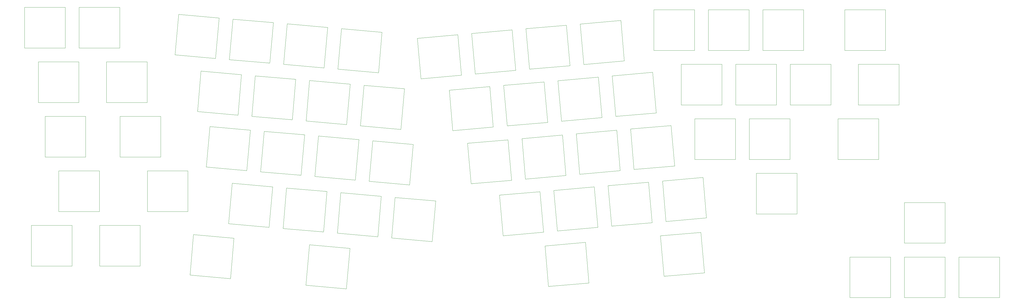
<source format=gbr>
%TF.GenerationSoftware,KiCad,Pcbnew,7.0.6*%
%TF.CreationDate,2023-09-01T00:58:10-07:00*%
%TF.ProjectId,top_plate,746f705f-706c-4617-9465-2e6b69636164,rev?*%
%TF.SameCoordinates,Original*%
%TF.FileFunction,Legend,Top*%
%TF.FilePolarity,Positive*%
%FSLAX46Y46*%
G04 Gerber Fmt 4.6, Leading zero omitted, Abs format (unit mm)*
G04 Created by KiCad (PCBNEW 7.0.6) date 2023-09-01 00:58:10*
%MOMM*%
%LPD*%
G01*
G04 APERTURE LIST*
%ADD10C,0.120000*%
G04 APERTURE END LIST*
D10*
%TO.C,K_CTRL*%
X37533199Y-165837770D02*
X37533199Y-180037770D01*
X37533199Y-180037770D02*
X51733199Y-180037770D01*
X51733199Y-165837770D02*
X37533199Y-165837770D01*
X51733199Y-180037770D02*
X51733199Y-165837770D01*
%TO.C,K_B*%
X164617273Y-156070838D02*
X163379662Y-170216803D01*
X163379662Y-170216803D02*
X177525627Y-171454414D01*
X178763238Y-157308449D02*
X164617273Y-156070838D01*
X177525627Y-171454414D02*
X178763238Y-157308449D01*
%TO.C,K_UP*%
X342547649Y-157827376D02*
X342547649Y-172027376D01*
X342547649Y-172027376D02*
X356747649Y-172027376D01*
X356747649Y-157827376D02*
X342547649Y-157827376D01*
X356747649Y-172027376D02*
X356747649Y-157827376D01*
%TO.C,K_MINUS*%
X274090149Y-90467376D02*
X274090149Y-104667376D01*
X274090149Y-104667376D02*
X288290149Y-104667376D01*
X288290149Y-90467376D02*
X274090149Y-90467376D01*
X288290149Y-104667376D02*
X288290149Y-90467376D01*
%TO.C,K_CAPS*%
X42295699Y-127737770D02*
X42295699Y-141937770D01*
X42295699Y-141937770D02*
X56495699Y-141937770D01*
X56495699Y-127737770D02*
X42295699Y-127737770D01*
X56495699Y-141937770D02*
X56495699Y-127737770D01*
%TO.C,K_COMMA*%
X239031199Y-151959315D02*
X240268810Y-166105280D01*
X240268810Y-166105280D02*
X254414775Y-164867669D01*
X253177164Y-150721704D02*
X239031199Y-151959315D01*
X254414775Y-164867669D02*
X253177164Y-150721704D01*
%TO.C,K_W*%
X96772249Y-111889632D02*
X95534638Y-126035597D01*
X95534638Y-126035597D02*
X109680603Y-127273208D01*
X110918214Y-113127243D02*
X96772249Y-111889632D01*
X109680603Y-127273208D02*
X110918214Y-113127243D01*
%TO.C,K_T*%
X153704776Y-116870582D02*
X152467165Y-131016547D01*
X152467165Y-131016547D02*
X166613130Y-132254158D01*
X167850741Y-118108193D02*
X153704776Y-116870582D01*
X166613130Y-132254158D02*
X167850741Y-118108193D01*
%TO.C,K_5*%
X145876339Y-97062915D02*
X144638728Y-111208880D01*
X144638728Y-111208880D02*
X158784693Y-112446491D01*
X160022304Y-98300526D02*
X145876339Y-97062915D01*
X158784693Y-112446491D02*
X160022304Y-98300526D01*
%TO.C,K_X*%
X107684747Y-151089887D02*
X106447136Y-165235852D01*
X106447136Y-165235852D02*
X120593101Y-166473463D01*
X121830712Y-152327498D02*
X107684747Y-151089887D01*
X120593101Y-166473463D02*
X121830712Y-152327498D01*
%TO.C,K_Z*%
X78014449Y-146787770D02*
X78014449Y-160987770D01*
X78014449Y-160987770D02*
X92214449Y-160987770D01*
X92214449Y-146787770D02*
X78014449Y-146787770D01*
X92214449Y-160987770D02*
X92214449Y-146787770D01*
%TO.C,K_1*%
X54201949Y-89637770D02*
X54201949Y-103837770D01*
X54201949Y-103837770D02*
X68401949Y-103837770D01*
X68401949Y-89637770D02*
X54201949Y-89637770D01*
X68401949Y-103837770D02*
X68401949Y-89637770D01*
%TO.C,K_E*%
X115749757Y-113549948D02*
X114512146Y-127695913D01*
X114512146Y-127695913D02*
X128658111Y-128933524D01*
X129895722Y-114787559D02*
X115749757Y-113549948D01*
X128658111Y-128933524D02*
X129895722Y-114787559D01*
%TO.C,K_TAB*%
X39914449Y-108687770D02*
X39914449Y-122887770D01*
X39914449Y-122887770D02*
X54114449Y-122887770D01*
X54114449Y-108687770D02*
X39914449Y-108687770D01*
X54114449Y-122887770D02*
X54114449Y-108687770D01*
%TO.C,K_ENTER*%
X319333899Y-128567376D02*
X319333899Y-142767376D01*
X319333899Y-142767376D02*
X333533899Y-142767376D01*
X333533899Y-128567376D02*
X319333899Y-128567376D01*
X333533899Y-142767376D02*
X333533899Y-128567376D01*
%TO.C,K_D*%
X118833818Y-132942537D02*
X117596207Y-147088502D01*
X117596207Y-147088502D02*
X131742172Y-148326113D01*
X132979783Y-134180148D02*
X118833818Y-132942537D01*
X131742172Y-148326113D02*
X132979783Y-134180148D01*
%TO.C,K_3*%
X107921321Y-93742281D02*
X106683710Y-107888246D01*
X106683710Y-107888246D02*
X120829675Y-109125857D01*
X122067286Y-94979892D02*
X107921321Y-93742281D01*
X120829675Y-109125857D02*
X122067286Y-94979892D01*
%TO.C,K_U*%
X202499924Y-116909852D02*
X203737535Y-131055817D01*
X203737535Y-131055817D02*
X217883500Y-129818206D01*
X216645889Y-115672241D02*
X202499924Y-116909852D01*
X217883500Y-129818206D02*
X216645889Y-115672241D01*
%TO.C,K_ALT*%
X94163487Y-169029697D02*
X92925876Y-183175662D01*
X92925876Y-183175662D02*
X107071841Y-184413273D01*
X108309452Y-170267308D02*
X94163487Y-169029697D01*
X107071841Y-184413273D02*
X108309452Y-170267308D01*
%TO.C,K_I*%
X221477433Y-115249535D02*
X222715044Y-129395500D01*
X222715044Y-129395500D02*
X236861009Y-128157889D01*
X235623398Y-114011924D02*
X221477433Y-115249535D01*
X236861009Y-128157889D02*
X235623398Y-114011924D01*
%TO.C,K_G*%
X156788836Y-136263170D02*
X155551225Y-150409135D01*
X155551225Y-150409135D02*
X169697190Y-151646746D01*
X170934801Y-137500781D02*
X156788836Y-136263170D01*
X169697190Y-151646746D02*
X170934801Y-137500781D01*
%TO.C,K_O*%
X240454942Y-113589218D02*
X241692553Y-127735183D01*
X241692553Y-127735183D02*
X255838518Y-126497572D01*
X254600907Y-112351607D02*
X240454942Y-113589218D01*
X255838518Y-126497572D02*
X254600907Y-112351607D01*
%TO.C,K_BACKSPACE*%
X321715149Y-90467376D02*
X321715149Y-104667376D01*
X321715149Y-104667376D02*
X335915149Y-104667376D01*
X335915149Y-90467376D02*
X321715149Y-90467376D01*
X335915149Y-104667376D02*
X335915149Y-90467376D01*
%TO.C,K_`*%
X35151949Y-89637770D02*
X35151949Y-103837770D01*
X35151949Y-103837770D02*
X49351949Y-103837770D01*
X49351949Y-89637770D02*
X35151949Y-89637770D01*
X49351949Y-103837770D02*
X49351949Y-89637770D01*
%TO.C,K_P*%
X264565149Y-109517376D02*
X264565149Y-123717376D01*
X264565149Y-123717376D02*
X278765149Y-123717376D01*
X278765149Y-109517376D02*
X264565149Y-109517376D01*
X278765149Y-123717376D02*
X278765149Y-109517376D01*
%TO.C,K_QUOTE*%
X288377649Y-128567376D02*
X288377649Y-142767376D01*
X288377649Y-142767376D02*
X302577649Y-142767376D01*
X302577649Y-128567376D02*
X288377649Y-128567376D01*
X302577649Y-142767376D02*
X302577649Y-128567376D01*
%TO.C,K_N*%
X201076180Y-155279948D02*
X202313791Y-169425913D01*
X202313791Y-169425913D02*
X216459756Y-168188302D01*
X215222145Y-154042337D02*
X201076180Y-155279948D01*
X216459756Y-168188302D02*
X215222145Y-154042337D01*
%TO.C,K_9*%
X229305871Y-95441867D02*
X230543482Y-109587832D01*
X230543482Y-109587832D02*
X244689447Y-108350221D01*
X243451836Y-94204256D02*
X229305871Y-95441867D01*
X244689447Y-108350221D02*
X243451836Y-94204256D01*
%TO.C,K_4*%
X126898830Y-95402598D02*
X125661219Y-109548563D01*
X125661219Y-109548563D02*
X139807184Y-110786174D01*
X141044795Y-96640209D02*
X126898830Y-95402598D01*
X139807184Y-110786174D02*
X141044795Y-96640209D01*
%TO.C,K_R*%
X134727266Y-115210265D02*
X133489655Y-129356230D01*
X133489655Y-129356230D02*
X147635620Y-130593841D01*
X148873231Y-116447876D02*
X134727266Y-115210265D01*
X147635620Y-130593841D02*
X148873231Y-116447876D01*
%TO.C,K_0*%
X255040149Y-90467376D02*
X255040149Y-104667376D01*
X255040149Y-104667376D02*
X269240149Y-104667376D01*
X269240149Y-90467376D02*
X255040149Y-90467376D01*
X269240149Y-104667376D02*
X269240149Y-90467376D01*
%TO.C,K_Y*%
X183522415Y-118570168D02*
X184760026Y-132716133D01*
X184760026Y-132716133D02*
X198905991Y-131478522D01*
X197668380Y-117332557D02*
X183522415Y-118570168D01*
X198905991Y-131478522D02*
X197668380Y-117332557D01*
%TO.C,K_8*%
X210328362Y-97102184D02*
X211565973Y-111248149D01*
X211565973Y-111248149D02*
X225711938Y-110010538D01*
X224474327Y-95864573D02*
X210328362Y-97102184D01*
X225711938Y-110010538D02*
X224474327Y-95864573D01*
%TO.C,K_RIGHT*%
X361597649Y-176877376D02*
X361597649Y-191077376D01*
X361597649Y-191077376D02*
X375797649Y-191077376D01*
X375797649Y-176877376D02*
X361597649Y-176877376D01*
X375797649Y-191077376D02*
X375797649Y-176877376D01*
%TO.C,K_OBRAC*%
X302665149Y-109517376D02*
X302665149Y-123717376D01*
X302665149Y-123717376D02*
X316865149Y-123717376D01*
X316865149Y-109517376D02*
X302665149Y-109517376D01*
X316865149Y-123717376D02*
X316865149Y-109517376D01*
%TO.C,K_WIN*%
X61345699Y-165837770D02*
X61345699Y-180037770D01*
X61345699Y-180037770D02*
X75545699Y-180037770D01*
X75545699Y-165837770D02*
X61345699Y-165837770D01*
X75545699Y-180037770D02*
X75545699Y-165837770D01*
%TO.C,K_CBRAC*%
X283615149Y-109517376D02*
X283615149Y-123717376D01*
X283615149Y-123717376D02*
X297815149Y-123717376D01*
X297815149Y-109517376D02*
X283615149Y-109517376D01*
X297815149Y-123717376D02*
X297815149Y-109517376D01*
%TO.C,K_S*%
X99856309Y-131282220D02*
X98618698Y-145428185D01*
X98618698Y-145428185D02*
X112764663Y-146665796D01*
X114002274Y-132519831D02*
X99856309Y-131282220D01*
X112764663Y-146665796D02*
X114002274Y-132519831D01*
%TO.C,K_V*%
X145639764Y-154410521D02*
X144402153Y-168556486D01*
X144402153Y-168556486D02*
X158548118Y-169794097D01*
X159785729Y-155648132D02*
X145639764Y-154410521D01*
X158548118Y-169794097D02*
X159785729Y-155648132D01*
%TO.C,K_SHIFT1*%
X290835649Y-147607376D02*
X290835649Y-161807376D01*
X290835649Y-161807376D02*
X305035649Y-161807376D01*
X305035649Y-147607376D02*
X290835649Y-147607376D01*
X305035649Y-161807376D02*
X305035649Y-147607376D01*
%TO.C,K_A*%
X68489449Y-127737770D02*
X68489449Y-141937770D01*
X68489449Y-141937770D02*
X82689449Y-141937770D01*
X82689449Y-127737770D02*
X68489449Y-127737770D01*
X82689449Y-141937770D02*
X82689449Y-127737770D01*
%TO.C,K_F*%
X137811327Y-134602854D02*
X136573716Y-148748819D01*
X136573716Y-148748819D02*
X150719681Y-149986430D01*
X151957292Y-135840465D02*
X137811327Y-134602854D01*
X150719681Y-149986430D02*
X151957292Y-135840465D01*
%TO.C,K_LEFT*%
X323497649Y-176877376D02*
X323497649Y-191077376D01*
X323497649Y-191077376D02*
X337697649Y-191077376D01*
X337697649Y-176877376D02*
X323497649Y-176877376D01*
X337697649Y-191077376D02*
X337697649Y-176877376D01*
%TO.C,K_ALT1*%
X257296836Y-169484046D02*
X258534447Y-183630011D01*
X258534447Y-183630011D02*
X272680412Y-182392400D01*
X271442801Y-168246435D02*
X257296836Y-169484046D01*
X272680412Y-182392400D02*
X271442801Y-168246435D01*
%TO.C,K_6*%
X172373343Y-100422818D02*
X173610954Y-114568783D01*
X173610954Y-114568783D02*
X187756919Y-113331172D01*
X186519308Y-99185207D02*
X172373343Y-100422818D01*
X187756919Y-113331172D02*
X186519308Y-99185207D01*
%TO.C,K_K*%
X227882126Y-133811964D02*
X229119737Y-147957929D01*
X229119737Y-147957929D02*
X243265702Y-146720318D01*
X242028091Y-132574353D02*
X227882126Y-133811964D01*
X243265702Y-146720318D02*
X242028091Y-132574353D01*
%TO.C,K_L*%
X246859636Y-132151647D02*
X248097247Y-146297612D01*
X248097247Y-146297612D02*
X262243212Y-145060001D01*
X261005601Y-130914036D02*
X246859636Y-132151647D01*
X262243212Y-145060001D02*
X261005601Y-130914036D01*
%TO.C,K_DOWN*%
X342547649Y-176877376D02*
X342547649Y-191077376D01*
X342547649Y-191077376D02*
X356747649Y-191077376D01*
X356747649Y-176877376D02*
X342547649Y-176877376D01*
X356747649Y-191077376D02*
X356747649Y-176877376D01*
%TO.C,K_BSLSH*%
X326477649Y-109517376D02*
X326477649Y-123717376D01*
X326477649Y-123717376D02*
X340677649Y-123717376D01*
X340677649Y-109517376D02*
X326477649Y-109517376D01*
X340677649Y-123717376D02*
X340677649Y-109517376D01*
%TO.C,K_H*%
X189927108Y-137132598D02*
X191164719Y-151278563D01*
X191164719Y-151278563D02*
X205310684Y-150040952D01*
X204073073Y-135894987D02*
X189927108Y-137132598D01*
X205310684Y-150040952D02*
X204073073Y-135894987D01*
%TO.C,K_7*%
X191350852Y-98762501D02*
X192588463Y-112908466D01*
X192588463Y-112908466D02*
X206734428Y-111670855D01*
X205496817Y-97524890D02*
X191350852Y-98762501D01*
X206734428Y-111670855D02*
X205496817Y-97524890D01*
%TO.C,K_SHIFT*%
X47058199Y-146787770D02*
X47058199Y-160987770D01*
X47058199Y-160987770D02*
X61258199Y-160987770D01*
X61258199Y-146787770D02*
X47058199Y-146787770D01*
X61258199Y-160987770D02*
X61258199Y-146787770D01*
%TO.C,REF\u002A\u002A*%
X134652451Y-172602138D02*
X133414840Y-186748103D01*
X133414840Y-186748103D02*
X147560805Y-187985714D01*
X148798416Y-173839749D02*
X134652451Y-172602138D01*
X147560805Y-187985714D02*
X148798416Y-173839749D01*
%TO.C,K_M*%
X220053689Y-153619632D02*
X221291300Y-167765597D01*
X221291300Y-167765597D02*
X235437265Y-166527986D01*
X234199654Y-152382021D02*
X220053689Y-153619632D01*
X235437265Y-166527986D02*
X234199654Y-152382021D01*
%TO.C,K_DOT*%
X258008708Y-150298998D02*
X259246319Y-164444963D01*
X259246319Y-164444963D02*
X273392284Y-163207352D01*
X272154673Y-149061387D02*
X258008708Y-150298998D01*
X273392284Y-163207352D02*
X272154673Y-149061387D01*
%TO.C,K_C*%
X126662256Y-152750204D02*
X125424645Y-166896169D01*
X125424645Y-166896169D02*
X139570610Y-168133780D01*
X140808221Y-153987815D02*
X126662256Y-152750204D01*
X139570610Y-168133780D02*
X140808221Y-153987815D01*
%TO.C,REF\u002A\u002A*%
X216953072Y-173023757D02*
X218190683Y-187169722D01*
X218190683Y-187169722D02*
X232336648Y-185932111D01*
X231099037Y-171786146D02*
X216953072Y-173023757D01*
X232336648Y-185932111D02*
X231099037Y-171786146D01*
%TO.C,K_2*%
X88943811Y-92081965D02*
X87706200Y-106227930D01*
X87706200Y-106227930D02*
X101852165Y-107465541D01*
X103089776Y-93319576D02*
X88943811Y-92081965D01*
X101852165Y-107465541D02*
X103089776Y-93319576D01*
%TO.C,K_SEMIC*%
X269327649Y-128567376D02*
X269327649Y-142767376D01*
X269327649Y-142767376D02*
X283527649Y-142767376D01*
X283527649Y-128567376D02*
X269327649Y-128567376D01*
X283527649Y-142767376D02*
X283527649Y-128567376D01*
%TO.C,K_J*%
X208904618Y-135472280D02*
X210142229Y-149618245D01*
X210142229Y-149618245D02*
X224288194Y-148380634D01*
X223050583Y-134234669D02*
X208904618Y-135472280D01*
X224288194Y-148380634D02*
X223050583Y-134234669D01*
%TO.C,K_Q*%
X63726949Y-108687770D02*
X63726949Y-122887770D01*
X63726949Y-122887770D02*
X77926949Y-122887770D01*
X77926949Y-108687770D02*
X63726949Y-108687770D01*
X77926949Y-122887770D02*
X77926949Y-108687770D01*
%TO.C,K_EQUAL*%
X293140149Y-90467376D02*
X293140149Y-104667376D01*
X293140149Y-104667376D02*
X307340149Y-104667376D01*
X307340149Y-90467376D02*
X293140149Y-90467376D01*
X307340149Y-104667376D02*
X307340149Y-90467376D01*
%TD*%
M02*

</source>
